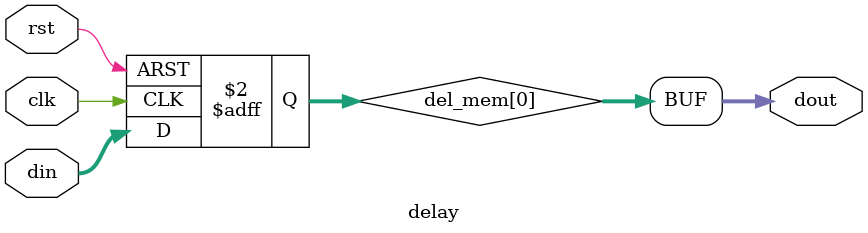
<source format=v>


module delay
    #( parameter
        WIDTH   = 8, // bit width of the input/output data
        CLK_DEL = 1  // number of clock cycles the data is delayed
    )
    (
        input  wire                   clk, // posedge active clock
        input  wire                   rst, // ASYNC reset active HIGH
        input  wire [ WIDTH - 1 : 0 ] din, // data to be delayed
        output wire [ WIDTH - 1 : 0 ] dout // delayed data
    );

    reg    [ WIDTH - 1 : 0 ] del_mem [ CLK_DEL - 1 : 0 ];

    assign dout = del_mem[ CLK_DEL - 1 ];

//------------------------------------------------------------------------------
// The first delay stage
    always @(posedge clk or posedge rst)
    begin:delay_stage_0
        if(rst)
            del_mem[0] <= 0;
        else
            del_mem[0] <= din;
    end


//------------------------------------------------------------------------------
// All the other delay stages
    genvar i;
    generate

        for (i = 1; i < CLK_DEL ; i = i + 1 )
        begin:delay_stage

            always @(posedge clk or posedge rst)
            begin
                if(rst)
                    del_mem[i] <= 0;
                else
                    del_mem[i] <= del_mem[i-1];
            end

        end

    endgenerate

endmodule

</source>
